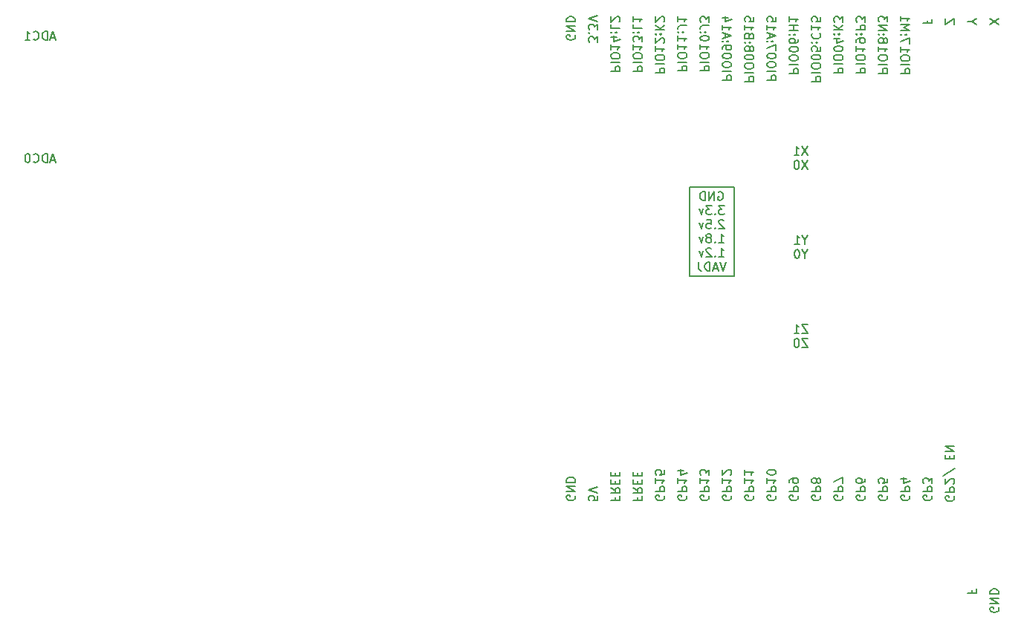
<source format=gbr>
%TF.GenerationSoftware,KiCad,Pcbnew,(6.0.5)*%
%TF.CreationDate,2022-08-06T22:36:06+10:00*%
%TF.ProjectId,glitcher,676c6974-6368-4657-922e-6b696361645f,rev?*%
%TF.SameCoordinates,Original*%
%TF.FileFunction,Legend,Bot*%
%TF.FilePolarity,Positive*%
%FSLAX46Y46*%
G04 Gerber Fmt 4.6, Leading zero omitted, Abs format (unit mm)*
G04 Created by KiCad (PCBNEW (6.0.5)) date 2022-08-06 22:36:06*
%MOMM*%
%LPD*%
G01*
G04 APERTURE LIST*
%ADD10C,0.150000*%
G04 APERTURE END LIST*
D10*
X175005474Y-110490000D02*
X180085474Y-110490000D01*
X180085474Y-110490000D02*
X180085474Y-100330000D01*
X180085474Y-100330000D02*
X175005474Y-100330000D01*
X175005474Y-100330000D02*
X175005474Y-110490000D01*
X192434880Y-135517659D02*
X192482499Y-135612897D01*
X192482499Y-135755754D01*
X192434880Y-135898612D01*
X192339641Y-135993850D01*
X192244403Y-136041469D01*
X192053927Y-136089088D01*
X191911070Y-136089088D01*
X191720594Y-136041469D01*
X191625356Y-135993850D01*
X191530118Y-135898612D01*
X191482499Y-135755754D01*
X191482499Y-135660516D01*
X191530118Y-135517659D01*
X191577737Y-135470040D01*
X191911070Y-135470040D01*
X191911070Y-135660516D01*
X191482499Y-135041469D02*
X192482499Y-135041469D01*
X192482499Y-134660516D01*
X192434880Y-134565278D01*
X192387260Y-134517659D01*
X192292022Y-134470040D01*
X192149165Y-134470040D01*
X192053927Y-134517659D01*
X192006308Y-134565278D01*
X191958689Y-134660516D01*
X191958689Y-135041469D01*
X192482499Y-134136707D02*
X192482499Y-133470040D01*
X191482499Y-133898612D01*
X172114880Y-135517659D02*
X172162499Y-135612897D01*
X172162499Y-135755754D01*
X172114880Y-135898611D01*
X172019641Y-135993849D01*
X171924403Y-136041468D01*
X171733927Y-136089087D01*
X171591070Y-136089087D01*
X171400594Y-136041468D01*
X171305356Y-135993849D01*
X171210118Y-135898611D01*
X171162499Y-135755754D01*
X171162499Y-135660516D01*
X171210118Y-135517659D01*
X171257737Y-135470040D01*
X171591070Y-135470040D01*
X171591070Y-135660516D01*
X171162499Y-135041468D02*
X172162499Y-135041468D01*
X172162499Y-134660516D01*
X172114880Y-134565278D01*
X172067260Y-134517659D01*
X171972022Y-134470040D01*
X171829165Y-134470040D01*
X171733927Y-134517659D01*
X171686308Y-134565278D01*
X171638689Y-134660516D01*
X171638689Y-135041468D01*
X171162499Y-133517659D02*
X171162499Y-134089087D01*
X171162499Y-133803373D02*
X172162499Y-133803373D01*
X172019641Y-133898611D01*
X171924403Y-133993849D01*
X171876784Y-134089087D01*
X172162499Y-132612897D02*
X172162499Y-133089087D01*
X171686308Y-133136706D01*
X171733927Y-133089087D01*
X171781546Y-132993849D01*
X171781546Y-132755754D01*
X171733927Y-132660516D01*
X171686308Y-132612897D01*
X171591070Y-132565278D01*
X171352975Y-132565278D01*
X171257737Y-132612897D01*
X171210118Y-132660516D01*
X171162499Y-132755754D01*
X171162499Y-132993849D01*
X171210118Y-133089087D01*
X171257737Y-133136706D01*
X181322499Y-88265278D02*
X182322499Y-88265278D01*
X182322499Y-87884326D01*
X182274880Y-87789088D01*
X182227260Y-87741469D01*
X182132022Y-87693850D01*
X181989165Y-87693850D01*
X181893927Y-87741469D01*
X181846308Y-87789088D01*
X181798689Y-87884326D01*
X181798689Y-88265278D01*
X181322499Y-87265278D02*
X182322499Y-87265278D01*
X182322499Y-86598612D02*
X182322499Y-86408135D01*
X182274880Y-86312897D01*
X182179641Y-86217659D01*
X181989165Y-86170040D01*
X181655832Y-86170040D01*
X181465356Y-86217659D01*
X181370118Y-86312897D01*
X181322499Y-86408135D01*
X181322499Y-86598612D01*
X181370118Y-86693850D01*
X181465356Y-86789088D01*
X181655832Y-86836707D01*
X181989165Y-86836707D01*
X182179641Y-86789088D01*
X182274880Y-86693850D01*
X182322499Y-86598612D01*
X182322499Y-85550992D02*
X182322499Y-85455754D01*
X182274880Y-85360516D01*
X182227260Y-85312897D01*
X182132022Y-85265278D01*
X181941546Y-85217659D01*
X181703451Y-85217659D01*
X181512975Y-85265278D01*
X181417737Y-85312897D01*
X181370118Y-85360516D01*
X181322499Y-85455754D01*
X181322499Y-85550992D01*
X181370118Y-85646231D01*
X181417737Y-85693850D01*
X181512975Y-85741469D01*
X181703451Y-85789088D01*
X181941546Y-85789088D01*
X182132022Y-85741469D01*
X182227260Y-85693850D01*
X182274880Y-85646231D01*
X182322499Y-85550992D01*
X181893927Y-84646231D02*
X181941546Y-84741469D01*
X181989165Y-84789088D01*
X182084403Y-84836707D01*
X182132022Y-84836707D01*
X182227260Y-84789088D01*
X182274880Y-84741469D01*
X182322499Y-84646231D01*
X182322499Y-84455754D01*
X182274880Y-84360516D01*
X182227260Y-84312897D01*
X182132022Y-84265278D01*
X182084403Y-84265278D01*
X181989165Y-84312897D01*
X181941546Y-84360516D01*
X181893927Y-84455754D01*
X181893927Y-84646231D01*
X181846308Y-84741469D01*
X181798689Y-84789088D01*
X181703451Y-84836707D01*
X181512975Y-84836707D01*
X181417737Y-84789088D01*
X181370118Y-84741469D01*
X181322499Y-84646231D01*
X181322499Y-84455754D01*
X181370118Y-84360516D01*
X181417737Y-84312897D01*
X181512975Y-84265278D01*
X181703451Y-84265278D01*
X181798689Y-84312897D01*
X181846308Y-84360516D01*
X181893927Y-84455754D01*
X181417737Y-83836707D02*
X181370118Y-83789088D01*
X181322499Y-83836707D01*
X181370118Y-83884326D01*
X181417737Y-83836707D01*
X181322499Y-83836707D01*
X181941546Y-83836707D02*
X181893927Y-83789088D01*
X181846308Y-83836707D01*
X181893927Y-83884326D01*
X181941546Y-83836707D01*
X181846308Y-83836707D01*
X181846308Y-83027183D02*
X181798689Y-82884326D01*
X181751070Y-82836707D01*
X181655832Y-82789088D01*
X181512975Y-82789088D01*
X181417737Y-82836707D01*
X181370118Y-82884326D01*
X181322499Y-82979564D01*
X181322499Y-83360516D01*
X182322499Y-83360516D01*
X182322499Y-83027183D01*
X182274880Y-82931945D01*
X182227260Y-82884326D01*
X182132022Y-82836707D01*
X182036784Y-82836707D01*
X181941546Y-82884326D01*
X181893927Y-82931945D01*
X181846308Y-83027183D01*
X181846308Y-83360516D01*
X181322499Y-81836707D02*
X181322499Y-82408135D01*
X181322499Y-82122421D02*
X182322499Y-82122421D01*
X182179641Y-82217659D01*
X182084403Y-82312897D01*
X182036784Y-82408135D01*
X182322499Y-80931945D02*
X182322499Y-81408135D01*
X181846308Y-81455754D01*
X181893927Y-81408135D01*
X181941546Y-81312897D01*
X181941546Y-81074802D01*
X181893927Y-80979564D01*
X181846308Y-80931945D01*
X181751070Y-80884326D01*
X181512975Y-80884326D01*
X181417737Y-80931945D01*
X181370118Y-80979564D01*
X181322499Y-81074802D01*
X181322499Y-81312897D01*
X181370118Y-81408135D01*
X181417737Y-81455754D01*
X102743451Y-83268612D02*
X102267261Y-83268612D01*
X102838689Y-83554326D02*
X102505356Y-82554326D01*
X102172023Y-83554326D01*
X101838689Y-83554326D02*
X101838689Y-82554326D01*
X101600594Y-82554326D01*
X101457737Y-82601946D01*
X101362499Y-82697184D01*
X101314880Y-82792422D01*
X101267261Y-82982898D01*
X101267261Y-83125755D01*
X101314880Y-83316231D01*
X101362499Y-83411469D01*
X101457737Y-83506707D01*
X101600594Y-83554326D01*
X101838689Y-83554326D01*
X100267261Y-83459088D02*
X100314880Y-83506707D01*
X100457737Y-83554326D01*
X100552975Y-83554326D01*
X100695832Y-83506707D01*
X100791070Y-83411469D01*
X100838689Y-83316231D01*
X100886308Y-83125755D01*
X100886308Y-82982898D01*
X100838689Y-82792422D01*
X100791070Y-82697184D01*
X100695832Y-82601946D01*
X100552975Y-82554326D01*
X100457737Y-82554326D01*
X100314880Y-82601946D01*
X100267261Y-82649565D01*
X99314880Y-83554326D02*
X99886308Y-83554326D01*
X99600594Y-83554326D02*
X99600594Y-82554326D01*
X99695832Y-82697184D01*
X99791070Y-82792422D01*
X99886308Y-82840041D01*
X202166308Y-81320516D02*
X202166308Y-81653850D01*
X201642499Y-81653850D02*
X202642499Y-81653850D01*
X202642499Y-81177659D01*
X186402499Y-87360516D02*
X187402499Y-87360516D01*
X187402499Y-86979564D01*
X187354880Y-86884326D01*
X187307260Y-86836707D01*
X187212022Y-86789088D01*
X187069165Y-86789088D01*
X186973927Y-86836707D01*
X186926308Y-86884326D01*
X186878689Y-86979564D01*
X186878689Y-87360516D01*
X186402499Y-86360516D02*
X187402499Y-86360516D01*
X187402499Y-85693850D02*
X187402499Y-85503373D01*
X187354880Y-85408135D01*
X187259641Y-85312897D01*
X187069165Y-85265278D01*
X186735832Y-85265278D01*
X186545356Y-85312897D01*
X186450118Y-85408135D01*
X186402499Y-85503373D01*
X186402499Y-85693850D01*
X186450118Y-85789088D01*
X186545356Y-85884326D01*
X186735832Y-85931945D01*
X187069165Y-85931945D01*
X187259641Y-85884326D01*
X187354880Y-85789088D01*
X187402499Y-85693850D01*
X187402499Y-84646231D02*
X187402499Y-84550992D01*
X187354880Y-84455754D01*
X187307260Y-84408135D01*
X187212022Y-84360516D01*
X187021546Y-84312897D01*
X186783451Y-84312897D01*
X186592975Y-84360516D01*
X186497737Y-84408135D01*
X186450118Y-84455754D01*
X186402499Y-84550992D01*
X186402499Y-84646231D01*
X186450118Y-84741469D01*
X186497737Y-84789088D01*
X186592975Y-84836707D01*
X186783451Y-84884326D01*
X187021546Y-84884326D01*
X187212022Y-84836707D01*
X187307260Y-84789088D01*
X187354880Y-84741469D01*
X187402499Y-84646231D01*
X187402499Y-83455754D02*
X187402499Y-83646231D01*
X187354880Y-83741469D01*
X187307260Y-83789088D01*
X187164403Y-83884326D01*
X186973927Y-83931945D01*
X186592975Y-83931945D01*
X186497737Y-83884326D01*
X186450118Y-83836707D01*
X186402499Y-83741469D01*
X186402499Y-83550992D01*
X186450118Y-83455754D01*
X186497737Y-83408135D01*
X186592975Y-83360516D01*
X186831070Y-83360516D01*
X186926308Y-83408135D01*
X186973927Y-83455754D01*
X187021546Y-83550992D01*
X187021546Y-83741469D01*
X186973927Y-83836707D01*
X186926308Y-83884326D01*
X186831070Y-83931945D01*
X186497737Y-82931945D02*
X186450118Y-82884326D01*
X186402499Y-82931945D01*
X186450118Y-82979564D01*
X186497737Y-82931945D01*
X186402499Y-82931945D01*
X187021546Y-82931945D02*
X186973927Y-82884326D01*
X186926308Y-82931945D01*
X186973927Y-82979564D01*
X187021546Y-82931945D01*
X186926308Y-82931945D01*
X186402499Y-82455754D02*
X187402499Y-82455754D01*
X186926308Y-82455754D02*
X186926308Y-81884326D01*
X186402499Y-81884326D02*
X187402499Y-81884326D01*
X186402499Y-80884326D02*
X186402499Y-81455754D01*
X186402499Y-81170040D02*
X187402499Y-81170040D01*
X187259641Y-81265278D01*
X187164403Y-81360516D01*
X187116784Y-81455754D01*
X166082499Y-87122422D02*
X167082499Y-87122422D01*
X167082499Y-86741469D01*
X167034880Y-86646231D01*
X166987260Y-86598612D01*
X166892022Y-86550993D01*
X166749165Y-86550993D01*
X166653927Y-86598612D01*
X166606308Y-86646231D01*
X166558689Y-86741469D01*
X166558689Y-87122422D01*
X166082499Y-86122422D02*
X167082499Y-86122422D01*
X167082499Y-85455755D02*
X167082499Y-85265279D01*
X167034880Y-85170041D01*
X166939641Y-85074803D01*
X166749165Y-85027184D01*
X166415832Y-85027184D01*
X166225356Y-85074803D01*
X166130118Y-85170041D01*
X166082499Y-85265279D01*
X166082499Y-85455755D01*
X166130118Y-85550993D01*
X166225356Y-85646231D01*
X166415832Y-85693850D01*
X166749165Y-85693850D01*
X166939641Y-85646231D01*
X167034880Y-85550993D01*
X167082499Y-85455755D01*
X166082499Y-84074803D02*
X166082499Y-84646231D01*
X166082499Y-84360517D02*
X167082499Y-84360517D01*
X166939641Y-84455755D01*
X166844403Y-84550993D01*
X166796784Y-84646231D01*
X166749165Y-83217660D02*
X166082499Y-83217660D01*
X167130118Y-83455755D02*
X166415832Y-83693850D01*
X166415832Y-83074803D01*
X166177737Y-82693850D02*
X166130118Y-82646231D01*
X166082499Y-82693850D01*
X166130118Y-82741469D01*
X166177737Y-82693850D01*
X166082499Y-82693850D01*
X166701546Y-82693850D02*
X166653927Y-82646231D01*
X166606308Y-82693850D01*
X166653927Y-82741469D01*
X166701546Y-82693850D01*
X166606308Y-82693850D01*
X166082499Y-81741469D02*
X166082499Y-82217660D01*
X167082499Y-82217660D01*
X166987260Y-81455755D02*
X167034880Y-81408136D01*
X167082499Y-81312898D01*
X167082499Y-81074803D01*
X167034880Y-80979564D01*
X166987260Y-80931945D01*
X166892022Y-80884326D01*
X166796784Y-80884326D01*
X166653927Y-80931945D01*
X166082499Y-81503374D01*
X166082499Y-80884326D01*
X205134887Y-135582541D02*
X205182506Y-135677779D01*
X205182506Y-135820636D01*
X205134887Y-135963493D01*
X205039648Y-136058731D01*
X204944410Y-136106350D01*
X204753934Y-136153969D01*
X204611077Y-136153969D01*
X204420601Y-136106350D01*
X204325363Y-136058731D01*
X204230125Y-135963493D01*
X204182506Y-135820636D01*
X204182506Y-135725398D01*
X204230125Y-135582541D01*
X204277744Y-135534922D01*
X204611077Y-135534922D01*
X204611077Y-135725398D01*
X204182506Y-135106350D02*
X205182506Y-135106350D01*
X205182506Y-134725398D01*
X205134887Y-134630160D01*
X205087267Y-134582541D01*
X204992029Y-134534922D01*
X204849172Y-134534922D01*
X204753934Y-134582541D01*
X204706315Y-134630160D01*
X204658696Y-134725398D01*
X204658696Y-135106350D01*
X205087267Y-134153969D02*
X205134887Y-134106350D01*
X205182506Y-134011112D01*
X205182506Y-133773017D01*
X205134887Y-133677779D01*
X205087267Y-133630160D01*
X204992029Y-133582541D01*
X204896791Y-133582541D01*
X204753934Y-133630160D01*
X204182506Y-134201588D01*
X204182506Y-133582541D01*
X205230125Y-132439684D02*
X203944410Y-133296826D01*
X204706315Y-131344446D02*
X204706315Y-131011112D01*
X204182506Y-130868255D02*
X204182506Y-131344446D01*
X205182506Y-131344446D01*
X205182506Y-130868255D01*
X204182506Y-130439684D02*
X205182506Y-130439684D01*
X204182506Y-129868255D01*
X205182506Y-129868255D01*
X197514880Y-135517659D02*
X197562499Y-135612897D01*
X197562499Y-135755754D01*
X197514880Y-135898612D01*
X197419641Y-135993850D01*
X197324403Y-136041469D01*
X197133927Y-136089088D01*
X196991070Y-136089088D01*
X196800594Y-136041469D01*
X196705356Y-135993850D01*
X196610118Y-135898612D01*
X196562499Y-135755754D01*
X196562499Y-135660516D01*
X196610118Y-135517659D01*
X196657737Y-135470040D01*
X196991070Y-135470040D01*
X196991070Y-135660516D01*
X196562499Y-135041469D02*
X197562499Y-135041469D01*
X197562499Y-134660516D01*
X197514880Y-134565278D01*
X197467260Y-134517659D01*
X197372022Y-134470040D01*
X197229165Y-134470040D01*
X197133927Y-134517659D01*
X197086308Y-134565278D01*
X197038689Y-134660516D01*
X197038689Y-135041469D01*
X197562499Y-133565278D02*
X197562499Y-134041469D01*
X197086308Y-134089088D01*
X197133927Y-134041469D01*
X197181546Y-133946231D01*
X197181546Y-133708135D01*
X197133927Y-133612897D01*
X197086308Y-133565278D01*
X196991070Y-133517659D01*
X196752975Y-133517659D01*
X196657737Y-133565278D01*
X196610118Y-133612897D01*
X196562499Y-133708135D01*
X196562499Y-133946231D01*
X196610118Y-134041469D01*
X196657737Y-134089088D01*
X189894880Y-135517659D02*
X189942499Y-135612897D01*
X189942499Y-135755754D01*
X189894880Y-135898612D01*
X189799641Y-135993850D01*
X189704403Y-136041469D01*
X189513927Y-136089088D01*
X189371070Y-136089088D01*
X189180594Y-136041469D01*
X189085356Y-135993850D01*
X188990118Y-135898612D01*
X188942499Y-135755754D01*
X188942499Y-135660516D01*
X188990118Y-135517659D01*
X189037737Y-135470040D01*
X189371070Y-135470040D01*
X189371070Y-135660516D01*
X188942499Y-135041469D02*
X189942499Y-135041469D01*
X189942499Y-134660516D01*
X189894880Y-134565278D01*
X189847260Y-134517659D01*
X189752022Y-134470040D01*
X189609165Y-134470040D01*
X189513927Y-134517659D01*
X189466308Y-134565278D01*
X189418689Y-134660516D01*
X189418689Y-135041469D01*
X189513927Y-133898612D02*
X189561546Y-133993850D01*
X189609165Y-134041469D01*
X189704403Y-134089088D01*
X189752022Y-134089088D01*
X189847260Y-134041469D01*
X189894880Y-133993850D01*
X189942499Y-133898612D01*
X189942499Y-133708135D01*
X189894880Y-133612897D01*
X189847260Y-133565278D01*
X189752022Y-133517659D01*
X189704403Y-133517659D01*
X189609165Y-133565278D01*
X189561546Y-133612897D01*
X189513927Y-133708135D01*
X189513927Y-133898612D01*
X189466308Y-133993850D01*
X189418689Y-134041469D01*
X189323451Y-134089088D01*
X189132975Y-134089088D01*
X189037737Y-134041469D01*
X188990118Y-133993850D01*
X188942499Y-133898612D01*
X188942499Y-133708135D01*
X188990118Y-133612897D01*
X189037737Y-133565278D01*
X189132975Y-133517659D01*
X189323451Y-133517659D01*
X189418689Y-133565278D01*
X189466308Y-133612897D01*
X189513927Y-133708135D01*
X178782499Y-88122422D02*
X179782499Y-88122422D01*
X179782499Y-87741469D01*
X179734880Y-87646231D01*
X179687260Y-87598612D01*
X179592022Y-87550993D01*
X179449165Y-87550993D01*
X179353927Y-87598612D01*
X179306308Y-87646231D01*
X179258689Y-87741469D01*
X179258689Y-88122422D01*
X178782499Y-87122422D02*
X179782499Y-87122422D01*
X179782499Y-86455755D02*
X179782499Y-86265279D01*
X179734880Y-86170041D01*
X179639641Y-86074803D01*
X179449165Y-86027184D01*
X179115832Y-86027184D01*
X178925356Y-86074803D01*
X178830118Y-86170041D01*
X178782499Y-86265279D01*
X178782499Y-86455755D01*
X178830118Y-86550993D01*
X178925356Y-86646231D01*
X179115832Y-86693850D01*
X179449165Y-86693850D01*
X179639641Y-86646231D01*
X179734880Y-86550993D01*
X179782499Y-86455755D01*
X179782499Y-85408136D02*
X179782499Y-85312898D01*
X179734880Y-85217660D01*
X179687260Y-85170041D01*
X179592022Y-85122422D01*
X179401546Y-85074803D01*
X179163451Y-85074803D01*
X178972975Y-85122422D01*
X178877737Y-85170041D01*
X178830118Y-85217660D01*
X178782499Y-85312898D01*
X178782499Y-85408136D01*
X178830118Y-85503374D01*
X178877737Y-85550993D01*
X178972975Y-85598612D01*
X179163451Y-85646231D01*
X179401546Y-85646231D01*
X179592022Y-85598612D01*
X179687260Y-85550993D01*
X179734880Y-85503374D01*
X179782499Y-85408136D01*
X178782499Y-84598612D02*
X178782499Y-84408136D01*
X178830118Y-84312898D01*
X178877737Y-84265279D01*
X179020594Y-84170041D01*
X179211070Y-84122422D01*
X179592022Y-84122422D01*
X179687260Y-84170041D01*
X179734880Y-84217660D01*
X179782499Y-84312898D01*
X179782499Y-84503374D01*
X179734880Y-84598612D01*
X179687260Y-84646231D01*
X179592022Y-84693850D01*
X179353927Y-84693850D01*
X179258689Y-84646231D01*
X179211070Y-84598612D01*
X179163451Y-84503374D01*
X179163451Y-84312898D01*
X179211070Y-84217660D01*
X179258689Y-84170041D01*
X179353927Y-84122422D01*
X178877737Y-83693850D02*
X178830118Y-83646231D01*
X178782499Y-83693850D01*
X178830118Y-83741469D01*
X178877737Y-83693850D01*
X178782499Y-83693850D01*
X179401546Y-83693850D02*
X179353927Y-83646231D01*
X179306308Y-83693850D01*
X179353927Y-83741469D01*
X179401546Y-83693850D01*
X179306308Y-83693850D01*
X179068213Y-83265279D02*
X179068213Y-82789088D01*
X178782499Y-83360517D02*
X179782499Y-83027184D01*
X178782499Y-82693850D01*
X178782499Y-81836707D02*
X178782499Y-82408136D01*
X178782499Y-82122422D02*
X179782499Y-82122422D01*
X179639641Y-82217660D01*
X179544403Y-82312898D01*
X179496784Y-82408136D01*
X179449165Y-80979564D02*
X178782499Y-80979564D01*
X179830118Y-81217660D02*
X179115832Y-81455755D01*
X179115832Y-80836707D01*
X166606308Y-135708135D02*
X166606308Y-136041469D01*
X166082499Y-136041469D02*
X167082499Y-136041469D01*
X167082499Y-135565278D01*
X166082499Y-134612897D02*
X166558689Y-134946231D01*
X166082499Y-135184326D02*
X167082499Y-135184326D01*
X167082499Y-134803373D01*
X167034880Y-134708135D01*
X166987260Y-134660516D01*
X166892022Y-134612897D01*
X166749165Y-134612897D01*
X166653927Y-134660516D01*
X166606308Y-134708135D01*
X166558689Y-134803373D01*
X166558689Y-135184326D01*
X166606308Y-134184326D02*
X166606308Y-133850992D01*
X166082499Y-133708135D02*
X166082499Y-134184326D01*
X167082499Y-134184326D01*
X167082499Y-133708135D01*
X166606308Y-133279564D02*
X166606308Y-132946231D01*
X166082499Y-132803373D02*
X166082499Y-133279564D01*
X167082499Y-133279564D01*
X167082499Y-132803373D01*
X196562497Y-87336700D02*
X197562497Y-87336700D01*
X197562497Y-86955748D01*
X197514878Y-86860510D01*
X197467258Y-86812891D01*
X197372020Y-86765272D01*
X197229163Y-86765272D01*
X197133925Y-86812891D01*
X197086306Y-86860510D01*
X197038687Y-86955748D01*
X197038687Y-87336700D01*
X196562497Y-86336700D02*
X197562497Y-86336700D01*
X197562497Y-85670034D02*
X197562497Y-85479557D01*
X197514878Y-85384319D01*
X197419639Y-85289081D01*
X197229163Y-85241462D01*
X196895830Y-85241462D01*
X196705354Y-85289081D01*
X196610116Y-85384319D01*
X196562497Y-85479557D01*
X196562497Y-85670034D01*
X196610116Y-85765272D01*
X196705354Y-85860510D01*
X196895830Y-85908129D01*
X197229163Y-85908129D01*
X197419639Y-85860510D01*
X197514878Y-85765272D01*
X197562497Y-85670034D01*
X196562497Y-84289081D02*
X196562497Y-84860510D01*
X196562497Y-84574795D02*
X197562497Y-84574795D01*
X197419639Y-84670034D01*
X197324401Y-84765272D01*
X197276782Y-84860510D01*
X197133925Y-83717653D02*
X197181544Y-83812891D01*
X197229163Y-83860510D01*
X197324401Y-83908129D01*
X197372020Y-83908129D01*
X197467258Y-83860510D01*
X197514878Y-83812891D01*
X197562497Y-83717653D01*
X197562497Y-83527176D01*
X197514878Y-83431938D01*
X197467258Y-83384319D01*
X197372020Y-83336700D01*
X197324401Y-83336700D01*
X197229163Y-83384319D01*
X197181544Y-83431938D01*
X197133925Y-83527176D01*
X197133925Y-83717653D01*
X197086306Y-83812891D01*
X197038687Y-83860510D01*
X196943449Y-83908129D01*
X196752973Y-83908129D01*
X196657735Y-83860510D01*
X196610116Y-83812891D01*
X196562497Y-83717653D01*
X196562497Y-83527176D01*
X196610116Y-83431938D01*
X196657735Y-83384319D01*
X196752973Y-83336700D01*
X196943449Y-83336700D01*
X197038687Y-83384319D01*
X197086306Y-83431938D01*
X197133925Y-83527176D01*
X196657735Y-82908129D02*
X196610116Y-82860510D01*
X196562497Y-82908129D01*
X196610116Y-82955748D01*
X196657735Y-82908129D01*
X196562497Y-82908129D01*
X197181544Y-82908129D02*
X197133925Y-82860510D01*
X197086306Y-82908129D01*
X197133925Y-82955748D01*
X197181544Y-82908129D01*
X197086306Y-82908129D01*
X196562497Y-82431938D02*
X197562497Y-82431938D01*
X196562497Y-81860510D01*
X197562497Y-81860510D01*
X197562497Y-81479557D02*
X197562497Y-80860510D01*
X197181544Y-81193843D01*
X197181544Y-81050986D01*
X197133925Y-80955748D01*
X197086306Y-80908129D01*
X196991068Y-80860510D01*
X196752973Y-80860510D01*
X196657735Y-80908129D01*
X196610116Y-80955748D01*
X196562497Y-81050986D01*
X196562497Y-81336700D01*
X196610116Y-81431938D01*
X196657735Y-81479557D01*
X164542499Y-135565278D02*
X164542499Y-136041468D01*
X164066308Y-136089087D01*
X164113927Y-136041468D01*
X164161546Y-135946230D01*
X164161546Y-135708135D01*
X164113927Y-135612897D01*
X164066308Y-135565278D01*
X163971070Y-135517659D01*
X163732975Y-135517659D01*
X163637737Y-135565278D01*
X163590118Y-135612897D01*
X163542499Y-135708135D01*
X163542499Y-135946230D01*
X163590118Y-136041468D01*
X163637737Y-136089087D01*
X164542499Y-135231944D02*
X163542499Y-134898611D01*
X164542499Y-134565278D01*
X188942499Y-88265278D02*
X189942499Y-88265278D01*
X189942499Y-87884326D01*
X189894880Y-87789088D01*
X189847260Y-87741469D01*
X189752022Y-87693850D01*
X189609165Y-87693850D01*
X189513927Y-87741469D01*
X189466308Y-87789088D01*
X189418689Y-87884326D01*
X189418689Y-88265278D01*
X188942499Y-87265278D02*
X189942499Y-87265278D01*
X189942499Y-86598612D02*
X189942499Y-86408135D01*
X189894880Y-86312897D01*
X189799641Y-86217659D01*
X189609165Y-86170040D01*
X189275832Y-86170040D01*
X189085356Y-86217659D01*
X188990118Y-86312897D01*
X188942499Y-86408135D01*
X188942499Y-86598612D01*
X188990118Y-86693850D01*
X189085356Y-86789088D01*
X189275832Y-86836707D01*
X189609165Y-86836707D01*
X189799641Y-86789088D01*
X189894880Y-86693850D01*
X189942499Y-86598612D01*
X189942499Y-85550992D02*
X189942499Y-85455754D01*
X189894880Y-85360516D01*
X189847260Y-85312897D01*
X189752022Y-85265278D01*
X189561546Y-85217659D01*
X189323451Y-85217659D01*
X189132975Y-85265278D01*
X189037737Y-85312897D01*
X188990118Y-85360516D01*
X188942499Y-85455754D01*
X188942499Y-85550992D01*
X188990118Y-85646231D01*
X189037737Y-85693850D01*
X189132975Y-85741469D01*
X189323451Y-85789088D01*
X189561546Y-85789088D01*
X189752022Y-85741469D01*
X189847260Y-85693850D01*
X189894880Y-85646231D01*
X189942499Y-85550992D01*
X189942499Y-84312897D02*
X189942499Y-84789088D01*
X189466308Y-84836707D01*
X189513927Y-84789088D01*
X189561546Y-84693850D01*
X189561546Y-84455754D01*
X189513927Y-84360516D01*
X189466308Y-84312897D01*
X189371070Y-84265278D01*
X189132975Y-84265278D01*
X189037737Y-84312897D01*
X188990118Y-84360516D01*
X188942499Y-84455754D01*
X188942499Y-84693850D01*
X188990118Y-84789088D01*
X189037737Y-84836707D01*
X189037737Y-83836707D02*
X188990118Y-83789088D01*
X188942499Y-83836707D01*
X188990118Y-83884326D01*
X189037737Y-83836707D01*
X188942499Y-83836707D01*
X189561546Y-83836707D02*
X189513927Y-83789088D01*
X189466308Y-83836707D01*
X189513927Y-83884326D01*
X189561546Y-83836707D01*
X189466308Y-83836707D01*
X189037737Y-82789088D02*
X188990118Y-82836707D01*
X188942499Y-82979564D01*
X188942499Y-83074802D01*
X188990118Y-83217659D01*
X189085356Y-83312897D01*
X189180594Y-83360516D01*
X189371070Y-83408135D01*
X189513927Y-83408135D01*
X189704403Y-83360516D01*
X189799641Y-83312897D01*
X189894880Y-83217659D01*
X189942499Y-83074802D01*
X189942499Y-82979564D01*
X189894880Y-82836707D01*
X189847260Y-82789088D01*
X188942499Y-81836707D02*
X188942499Y-82408135D01*
X188942499Y-82122421D02*
X189942499Y-82122421D01*
X189799641Y-82217659D01*
X189704403Y-82312897D01*
X189656784Y-82408135D01*
X189942499Y-80931945D02*
X189942499Y-81408135D01*
X189466308Y-81455754D01*
X189513927Y-81408135D01*
X189561546Y-81312897D01*
X189561546Y-81074802D01*
X189513927Y-80979564D01*
X189466308Y-80931945D01*
X189371070Y-80884326D01*
X189132975Y-80884326D01*
X189037737Y-80931945D01*
X188990118Y-80979564D01*
X188942499Y-81074802D01*
X188942499Y-81312897D01*
X188990118Y-81408135D01*
X189037737Y-81455754D01*
X210262499Y-81796707D02*
X209262499Y-81130040D01*
X210262499Y-81130040D02*
X209262499Y-81796707D01*
X194974880Y-135517659D02*
X195022499Y-135612897D01*
X195022499Y-135755754D01*
X194974880Y-135898612D01*
X194879641Y-135993850D01*
X194784403Y-136041469D01*
X194593927Y-136089088D01*
X194451070Y-136089088D01*
X194260594Y-136041469D01*
X194165356Y-135993850D01*
X194070118Y-135898612D01*
X194022499Y-135755754D01*
X194022499Y-135660516D01*
X194070118Y-135517659D01*
X194117737Y-135470040D01*
X194451070Y-135470040D01*
X194451070Y-135660516D01*
X194022499Y-135041469D02*
X195022499Y-135041469D01*
X195022499Y-134660516D01*
X194974880Y-134565278D01*
X194927260Y-134517659D01*
X194832022Y-134470040D01*
X194689165Y-134470040D01*
X194593927Y-134517659D01*
X194546308Y-134565278D01*
X194498689Y-134660516D01*
X194498689Y-135041469D01*
X195022499Y-133612897D02*
X195022499Y-133803374D01*
X194974880Y-133898612D01*
X194927260Y-133946231D01*
X194784403Y-134041469D01*
X194593927Y-134089088D01*
X194212975Y-134089088D01*
X194117737Y-134041469D01*
X194070118Y-133993850D01*
X194022499Y-133898612D01*
X194022499Y-133708135D01*
X194070118Y-133612897D01*
X194117737Y-133565278D01*
X194212975Y-133517659D01*
X194451070Y-133517659D01*
X194546308Y-133565278D01*
X194593927Y-133612897D01*
X194641546Y-133708135D01*
X194641546Y-133898612D01*
X194593927Y-133993850D01*
X194546308Y-134041469D01*
X194451070Y-134089088D01*
X191482497Y-87312891D02*
X192482497Y-87312891D01*
X192482497Y-86931938D01*
X192434878Y-86836700D01*
X192387258Y-86789081D01*
X192292020Y-86741462D01*
X192149163Y-86741462D01*
X192053925Y-86789081D01*
X192006306Y-86836700D01*
X191958687Y-86931938D01*
X191958687Y-87312891D01*
X191482497Y-86312891D02*
X192482497Y-86312891D01*
X192482497Y-85646224D02*
X192482497Y-85455748D01*
X192434878Y-85360510D01*
X192339639Y-85265272D01*
X192149163Y-85217653D01*
X191815830Y-85217653D01*
X191625354Y-85265272D01*
X191530116Y-85360510D01*
X191482497Y-85455748D01*
X191482497Y-85646224D01*
X191530116Y-85741462D01*
X191625354Y-85836700D01*
X191815830Y-85884319D01*
X192149163Y-85884319D01*
X192339639Y-85836700D01*
X192434878Y-85741462D01*
X192482497Y-85646224D01*
X192482497Y-84598605D02*
X192482497Y-84503367D01*
X192434878Y-84408129D01*
X192387258Y-84360510D01*
X192292020Y-84312891D01*
X192101544Y-84265272D01*
X191863449Y-84265272D01*
X191672973Y-84312891D01*
X191577735Y-84360510D01*
X191530116Y-84408129D01*
X191482497Y-84503367D01*
X191482497Y-84598605D01*
X191530116Y-84693843D01*
X191577735Y-84741462D01*
X191672973Y-84789081D01*
X191863449Y-84836700D01*
X192101544Y-84836700D01*
X192292020Y-84789081D01*
X192387258Y-84741462D01*
X192434878Y-84693843D01*
X192482497Y-84598605D01*
X192149163Y-83408129D02*
X191482497Y-83408129D01*
X192530116Y-83646224D02*
X191815830Y-83884319D01*
X191815830Y-83265272D01*
X191577735Y-82884319D02*
X191530116Y-82836700D01*
X191482497Y-82884319D01*
X191530116Y-82931938D01*
X191577735Y-82884319D01*
X191482497Y-82884319D01*
X192101544Y-82884319D02*
X192053925Y-82836700D01*
X192006306Y-82884319D01*
X192053925Y-82931938D01*
X192101544Y-82884319D01*
X192006306Y-82884319D01*
X191482497Y-82408129D02*
X192482497Y-82408129D01*
X191482497Y-81836700D02*
X192053925Y-82265272D01*
X192482497Y-81836700D02*
X191911068Y-82408129D01*
X192482497Y-81503367D02*
X192482497Y-80884319D01*
X192101544Y-81217653D01*
X192101544Y-81074795D01*
X192053925Y-80979557D01*
X192006306Y-80931938D01*
X191911068Y-80884319D01*
X191672973Y-80884319D01*
X191577735Y-80931938D01*
X191530116Y-80979557D01*
X191482497Y-81074795D01*
X191482497Y-81360510D01*
X191530116Y-81455748D01*
X191577735Y-81503367D01*
X178307378Y-100885000D02*
X178402616Y-100837380D01*
X178545474Y-100837380D01*
X178688331Y-100885000D01*
X178783569Y-100980238D01*
X178831188Y-101075476D01*
X178878807Y-101265952D01*
X178878807Y-101408809D01*
X178831188Y-101599285D01*
X178783569Y-101694523D01*
X178688331Y-101789761D01*
X178545474Y-101837380D01*
X178450235Y-101837380D01*
X178307378Y-101789761D01*
X178259759Y-101742142D01*
X178259759Y-101408809D01*
X178450235Y-101408809D01*
X177831188Y-101837380D02*
X177831188Y-100837380D01*
X177259759Y-101837380D01*
X177259759Y-100837380D01*
X176783569Y-101837380D02*
X176783569Y-100837380D01*
X176545474Y-100837380D01*
X176402616Y-100885000D01*
X176307378Y-100980238D01*
X176259759Y-101075476D01*
X176212140Y-101265952D01*
X176212140Y-101408809D01*
X176259759Y-101599285D01*
X176307378Y-101694523D01*
X176402616Y-101789761D01*
X176545474Y-101837380D01*
X176783569Y-101837380D01*
X178974045Y-102447380D02*
X178354997Y-102447380D01*
X178688331Y-102828333D01*
X178545474Y-102828333D01*
X178450235Y-102875952D01*
X178402616Y-102923571D01*
X178354997Y-103018809D01*
X178354997Y-103256904D01*
X178402616Y-103352142D01*
X178450235Y-103399761D01*
X178545474Y-103447380D01*
X178831188Y-103447380D01*
X178926426Y-103399761D01*
X178974045Y-103352142D01*
X177926426Y-103352142D02*
X177878807Y-103399761D01*
X177926426Y-103447380D01*
X177974045Y-103399761D01*
X177926426Y-103352142D01*
X177926426Y-103447380D01*
X177545474Y-102447380D02*
X176926426Y-102447380D01*
X177259759Y-102828333D01*
X177116902Y-102828333D01*
X177021664Y-102875952D01*
X176974045Y-102923571D01*
X176926426Y-103018809D01*
X176926426Y-103256904D01*
X176974045Y-103352142D01*
X177021664Y-103399761D01*
X177116902Y-103447380D01*
X177402616Y-103447380D01*
X177497854Y-103399761D01*
X177545474Y-103352142D01*
X176593093Y-102780714D02*
X176354997Y-103447380D01*
X176116902Y-102780714D01*
X178926426Y-104152619D02*
X178878807Y-104105000D01*
X178783569Y-104057380D01*
X178545474Y-104057380D01*
X178450235Y-104105000D01*
X178402616Y-104152619D01*
X178354997Y-104247857D01*
X178354997Y-104343095D01*
X178402616Y-104485952D01*
X178974045Y-105057380D01*
X178354997Y-105057380D01*
X177926426Y-104962142D02*
X177878807Y-105009761D01*
X177926426Y-105057380D01*
X177974045Y-105009761D01*
X177926426Y-104962142D01*
X177926426Y-105057380D01*
X176974045Y-104057380D02*
X177450235Y-104057380D01*
X177497854Y-104533571D01*
X177450235Y-104485952D01*
X177354997Y-104438333D01*
X177116902Y-104438333D01*
X177021664Y-104485952D01*
X176974045Y-104533571D01*
X176926426Y-104628809D01*
X176926426Y-104866904D01*
X176974045Y-104962142D01*
X177021664Y-105009761D01*
X177116902Y-105057380D01*
X177354997Y-105057380D01*
X177450235Y-105009761D01*
X177497854Y-104962142D01*
X176593093Y-104390714D02*
X176354997Y-105057380D01*
X176116902Y-104390714D01*
X178354997Y-106667380D02*
X178926426Y-106667380D01*
X178640712Y-106667380D02*
X178640712Y-105667380D01*
X178735950Y-105810238D01*
X178831188Y-105905476D01*
X178926426Y-105953095D01*
X177926426Y-106572142D02*
X177878807Y-106619761D01*
X177926426Y-106667380D01*
X177974045Y-106619761D01*
X177926426Y-106572142D01*
X177926426Y-106667380D01*
X177307378Y-106095952D02*
X177402616Y-106048333D01*
X177450235Y-106000714D01*
X177497854Y-105905476D01*
X177497854Y-105857857D01*
X177450235Y-105762619D01*
X177402616Y-105715000D01*
X177307378Y-105667380D01*
X177116902Y-105667380D01*
X177021664Y-105715000D01*
X176974045Y-105762619D01*
X176926426Y-105857857D01*
X176926426Y-105905476D01*
X176974045Y-106000714D01*
X177021664Y-106048333D01*
X177116902Y-106095952D01*
X177307378Y-106095952D01*
X177402616Y-106143571D01*
X177450235Y-106191190D01*
X177497854Y-106286428D01*
X177497854Y-106476904D01*
X177450235Y-106572142D01*
X177402616Y-106619761D01*
X177307378Y-106667380D01*
X177116902Y-106667380D01*
X177021664Y-106619761D01*
X176974045Y-106572142D01*
X176926426Y-106476904D01*
X176926426Y-106286428D01*
X176974045Y-106191190D01*
X177021664Y-106143571D01*
X177116902Y-106095952D01*
X176593093Y-106000714D02*
X176354997Y-106667380D01*
X176116902Y-106000714D01*
X178354997Y-108277380D02*
X178926426Y-108277380D01*
X178640712Y-108277380D02*
X178640712Y-107277380D01*
X178735950Y-107420238D01*
X178831188Y-107515476D01*
X178926426Y-107563095D01*
X177926426Y-108182142D02*
X177878807Y-108229761D01*
X177926426Y-108277380D01*
X177974045Y-108229761D01*
X177926426Y-108182142D01*
X177926426Y-108277380D01*
X177497854Y-107372619D02*
X177450235Y-107325000D01*
X177354997Y-107277380D01*
X177116902Y-107277380D01*
X177021664Y-107325000D01*
X176974045Y-107372619D01*
X176926426Y-107467857D01*
X176926426Y-107563095D01*
X176974045Y-107705952D01*
X177545474Y-108277380D01*
X176926426Y-108277380D01*
X176593093Y-107610714D02*
X176354997Y-108277380D01*
X176116902Y-107610714D01*
X179188331Y-108887380D02*
X178854997Y-109887380D01*
X178521664Y-108887380D01*
X178235950Y-109601666D02*
X177759759Y-109601666D01*
X178331188Y-109887380D02*
X177997854Y-108887380D01*
X177664521Y-109887380D01*
X177331188Y-109887380D02*
X177331188Y-108887380D01*
X177093093Y-108887380D01*
X176950235Y-108935000D01*
X176854997Y-109030238D01*
X176807378Y-109125476D01*
X176759759Y-109315952D01*
X176759759Y-109458809D01*
X176807378Y-109649285D01*
X176854997Y-109744523D01*
X176950235Y-109839761D01*
X177093093Y-109887380D01*
X177331188Y-109887380D01*
X176045474Y-108887380D02*
X176045474Y-109601666D01*
X176093093Y-109744523D01*
X176188331Y-109839761D01*
X176331188Y-109887380D01*
X176426426Y-109887380D01*
X205182499Y-81796707D02*
X205182499Y-81130040D01*
X204182499Y-81796707D01*
X204182499Y-81130040D01*
X184814880Y-135517659D02*
X184862499Y-135612897D01*
X184862499Y-135755754D01*
X184814880Y-135898611D01*
X184719641Y-135993849D01*
X184624403Y-136041468D01*
X184433927Y-136089087D01*
X184291070Y-136089087D01*
X184100594Y-136041468D01*
X184005356Y-135993849D01*
X183910118Y-135898611D01*
X183862499Y-135755754D01*
X183862499Y-135660516D01*
X183910118Y-135517659D01*
X183957737Y-135470040D01*
X184291070Y-135470040D01*
X184291070Y-135660516D01*
X183862499Y-135041468D02*
X184862499Y-135041468D01*
X184862499Y-134660516D01*
X184814880Y-134565278D01*
X184767260Y-134517659D01*
X184672022Y-134470040D01*
X184529165Y-134470040D01*
X184433927Y-134517659D01*
X184386308Y-134565278D01*
X184338689Y-134660516D01*
X184338689Y-135041468D01*
X183862499Y-133517659D02*
X183862499Y-134089087D01*
X183862499Y-133803373D02*
X184862499Y-133803373D01*
X184719641Y-133898611D01*
X184624403Y-133993849D01*
X184576784Y-134089087D01*
X184862499Y-132898611D02*
X184862499Y-132803373D01*
X184814880Y-132708135D01*
X184767260Y-132660516D01*
X184672022Y-132612897D01*
X184481546Y-132565278D01*
X184243451Y-132565278D01*
X184052975Y-132612897D01*
X183957737Y-132660516D01*
X183910118Y-132708135D01*
X183862499Y-132803373D01*
X183862499Y-132898611D01*
X183910118Y-132993849D01*
X183957737Y-133041468D01*
X184052975Y-133089087D01*
X184243451Y-133136706D01*
X184481546Y-133136706D01*
X184672022Y-133089087D01*
X184767260Y-133041468D01*
X184814880Y-132993849D01*
X184862499Y-132898611D01*
X174654880Y-135517659D02*
X174702499Y-135612897D01*
X174702499Y-135755754D01*
X174654880Y-135898611D01*
X174559641Y-135993849D01*
X174464403Y-136041468D01*
X174273927Y-136089087D01*
X174131070Y-136089087D01*
X173940594Y-136041468D01*
X173845356Y-135993849D01*
X173750118Y-135898611D01*
X173702499Y-135755754D01*
X173702499Y-135660516D01*
X173750118Y-135517659D01*
X173797737Y-135470040D01*
X174131070Y-135470040D01*
X174131070Y-135660516D01*
X173702499Y-135041468D02*
X174702499Y-135041468D01*
X174702499Y-134660516D01*
X174654880Y-134565278D01*
X174607260Y-134517659D01*
X174512022Y-134470040D01*
X174369165Y-134470040D01*
X174273927Y-134517659D01*
X174226308Y-134565278D01*
X174178689Y-134660516D01*
X174178689Y-135041468D01*
X173702499Y-133517659D02*
X173702499Y-134089087D01*
X173702499Y-133803373D02*
X174702499Y-133803373D01*
X174559641Y-133898611D01*
X174464403Y-133993849D01*
X174416784Y-134089087D01*
X174369165Y-132660516D02*
X173702499Y-132660516D01*
X174750118Y-132898611D02*
X174035832Y-133136706D01*
X174035832Y-132517659D01*
X169146308Y-135708135D02*
X169146308Y-136041469D01*
X168622499Y-136041469D02*
X169622499Y-136041469D01*
X169622499Y-135565278D01*
X168622499Y-134612897D02*
X169098689Y-134946231D01*
X168622499Y-135184326D02*
X169622499Y-135184326D01*
X169622499Y-134803373D01*
X169574880Y-134708135D01*
X169527260Y-134660516D01*
X169432022Y-134612897D01*
X169289165Y-134612897D01*
X169193927Y-134660516D01*
X169146308Y-134708135D01*
X169098689Y-134803373D01*
X169098689Y-135184326D01*
X169146308Y-134184326D02*
X169146308Y-133850992D01*
X168622499Y-133708135D02*
X168622499Y-134184326D01*
X169622499Y-134184326D01*
X169622499Y-133708135D01*
X169146308Y-133279564D02*
X169146308Y-132946231D01*
X168622499Y-132803373D02*
X168622499Y-133279564D01*
X169622499Y-133279564D01*
X169622499Y-132803373D01*
X161954880Y-135517659D02*
X162002499Y-135612897D01*
X162002499Y-135755755D01*
X161954880Y-135898612D01*
X161859641Y-135993850D01*
X161764403Y-136041469D01*
X161573927Y-136089088D01*
X161431070Y-136089088D01*
X161240594Y-136041469D01*
X161145356Y-135993850D01*
X161050118Y-135898612D01*
X161002499Y-135755755D01*
X161002499Y-135660516D01*
X161050118Y-135517659D01*
X161097737Y-135470040D01*
X161431070Y-135470040D01*
X161431070Y-135660516D01*
X161002499Y-135041469D02*
X162002499Y-135041469D01*
X161002499Y-134470040D01*
X162002499Y-134470040D01*
X161002499Y-133993850D02*
X162002499Y-133993850D01*
X162002499Y-133755755D01*
X161954880Y-133612897D01*
X161859641Y-133517659D01*
X161764403Y-133470040D01*
X161573927Y-133422421D01*
X161431070Y-133422421D01*
X161240594Y-133470040D01*
X161145356Y-133517659D01*
X161050118Y-133612897D01*
X161002499Y-133755755D01*
X161002499Y-133993850D01*
X207246308Y-146265278D02*
X207246308Y-146598612D01*
X206722499Y-146598612D02*
X207722499Y-146598612D01*
X207722499Y-146122421D01*
X188514997Y-115995380D02*
X187848331Y-115995380D01*
X188514997Y-116995380D01*
X187848331Y-116995380D01*
X186943569Y-116995380D02*
X187514997Y-116995380D01*
X187229283Y-116995380D02*
X187229283Y-115995380D01*
X187324521Y-116138238D01*
X187419759Y-116233476D01*
X187514997Y-116281095D01*
X188514997Y-117605380D02*
X187848331Y-117605380D01*
X188514997Y-118605380D01*
X187848331Y-118605380D01*
X187276902Y-117605380D02*
X187181664Y-117605380D01*
X187086426Y-117653000D01*
X187038807Y-117700619D01*
X186991188Y-117795857D01*
X186943569Y-117986333D01*
X186943569Y-118224428D01*
X186991188Y-118414904D01*
X187038807Y-118510142D01*
X187086426Y-118557761D01*
X187181664Y-118605380D01*
X187276902Y-118605380D01*
X187372140Y-118557761D01*
X187419759Y-118510142D01*
X187467378Y-118414904D01*
X187514997Y-118224428D01*
X187514997Y-117986333D01*
X187467378Y-117795857D01*
X187419759Y-117700619D01*
X187372140Y-117653000D01*
X187276902Y-117605380D01*
X179734880Y-135517659D02*
X179782499Y-135612897D01*
X179782499Y-135755754D01*
X179734880Y-135898611D01*
X179639641Y-135993849D01*
X179544403Y-136041468D01*
X179353927Y-136089087D01*
X179211070Y-136089087D01*
X179020594Y-136041468D01*
X178925356Y-135993849D01*
X178830118Y-135898611D01*
X178782499Y-135755754D01*
X178782499Y-135660516D01*
X178830118Y-135517659D01*
X178877737Y-135470040D01*
X179211070Y-135470040D01*
X179211070Y-135660516D01*
X178782499Y-135041468D02*
X179782499Y-135041468D01*
X179782499Y-134660516D01*
X179734880Y-134565278D01*
X179687260Y-134517659D01*
X179592022Y-134470040D01*
X179449165Y-134470040D01*
X179353927Y-134517659D01*
X179306308Y-134565278D01*
X179258689Y-134660516D01*
X179258689Y-135041468D01*
X178782499Y-133517659D02*
X178782499Y-134089087D01*
X178782499Y-133803373D02*
X179782499Y-133803373D01*
X179639641Y-133898611D01*
X179544403Y-133993849D01*
X179496784Y-134089087D01*
X179687260Y-133136706D02*
X179734880Y-133089087D01*
X179782499Y-132993849D01*
X179782499Y-132755754D01*
X179734880Y-132660516D01*
X179687260Y-132612897D01*
X179592022Y-132565278D01*
X179496784Y-132565278D01*
X179353927Y-132612897D01*
X178782499Y-133184325D01*
X178782499Y-132565278D01*
X177194880Y-135517659D02*
X177242499Y-135612897D01*
X177242499Y-135755754D01*
X177194880Y-135898611D01*
X177099641Y-135993849D01*
X177004403Y-136041468D01*
X176813927Y-136089087D01*
X176671070Y-136089087D01*
X176480594Y-136041468D01*
X176385356Y-135993849D01*
X176290118Y-135898611D01*
X176242499Y-135755754D01*
X176242499Y-135660516D01*
X176290118Y-135517659D01*
X176337737Y-135470040D01*
X176671070Y-135470040D01*
X176671070Y-135660516D01*
X176242499Y-135041468D02*
X177242499Y-135041468D01*
X177242499Y-134660516D01*
X177194880Y-134565278D01*
X177147260Y-134517659D01*
X177052022Y-134470040D01*
X176909165Y-134470040D01*
X176813927Y-134517659D01*
X176766308Y-134565278D01*
X176718689Y-134660516D01*
X176718689Y-135041468D01*
X176242499Y-133517659D02*
X176242499Y-134089087D01*
X176242499Y-133803373D02*
X177242499Y-133803373D01*
X177099641Y-133898611D01*
X177004403Y-133993849D01*
X176956784Y-134089087D01*
X177242499Y-133184325D02*
X177242499Y-132565278D01*
X176861546Y-132898611D01*
X176861546Y-132755754D01*
X176813927Y-132660516D01*
X176766308Y-132612897D01*
X176671070Y-132565278D01*
X176432975Y-132565278D01*
X176337737Y-132612897D01*
X176290118Y-132660516D01*
X176242499Y-132755754D01*
X176242499Y-133041468D01*
X176290118Y-133136706D01*
X176337737Y-133184325D01*
X202594880Y-135517659D02*
X202642499Y-135612897D01*
X202642499Y-135755754D01*
X202594880Y-135898612D01*
X202499641Y-135993850D01*
X202404403Y-136041469D01*
X202213927Y-136089088D01*
X202071070Y-136089088D01*
X201880594Y-136041469D01*
X201785356Y-135993850D01*
X201690118Y-135898612D01*
X201642499Y-135755754D01*
X201642499Y-135660516D01*
X201690118Y-135517659D01*
X201737737Y-135470040D01*
X202071070Y-135470040D01*
X202071070Y-135660516D01*
X201642499Y-135041469D02*
X202642499Y-135041469D01*
X202642499Y-134660516D01*
X202594880Y-134565278D01*
X202547260Y-134517659D01*
X202452022Y-134470040D01*
X202309165Y-134470040D01*
X202213927Y-134517659D01*
X202166308Y-134565278D01*
X202118689Y-134660516D01*
X202118689Y-135041469D01*
X202642499Y-134136707D02*
X202642499Y-133517659D01*
X202261546Y-133850993D01*
X202261546Y-133708135D01*
X202213927Y-133612897D01*
X202166308Y-133565278D01*
X202071070Y-133517659D01*
X201832975Y-133517659D01*
X201737737Y-133565278D01*
X201690118Y-133612897D01*
X201642499Y-133708135D01*
X201642499Y-133993850D01*
X201690118Y-134089088D01*
X201737737Y-134136707D01*
X173702499Y-87074802D02*
X174702499Y-87074802D01*
X174702499Y-86693850D01*
X174654880Y-86598612D01*
X174607260Y-86550993D01*
X174512022Y-86503374D01*
X174369165Y-86503374D01*
X174273927Y-86550993D01*
X174226308Y-86598612D01*
X174178689Y-86693850D01*
X174178689Y-87074802D01*
X173702499Y-86074802D02*
X174702499Y-86074802D01*
X174702499Y-85408135D02*
X174702499Y-85217659D01*
X174654880Y-85122421D01*
X174559641Y-85027183D01*
X174369165Y-84979564D01*
X174035832Y-84979564D01*
X173845356Y-85027183D01*
X173750118Y-85122421D01*
X173702499Y-85217659D01*
X173702499Y-85408135D01*
X173750118Y-85503374D01*
X173845356Y-85598612D01*
X174035832Y-85646231D01*
X174369165Y-85646231D01*
X174559641Y-85598612D01*
X174654880Y-85503374D01*
X174702499Y-85408135D01*
X173702499Y-84027183D02*
X173702499Y-84598612D01*
X173702499Y-84312897D02*
X174702499Y-84312897D01*
X174559641Y-84408135D01*
X174464403Y-84503374D01*
X174416784Y-84598612D01*
X173702499Y-83074802D02*
X173702499Y-83646231D01*
X173702499Y-83360516D02*
X174702499Y-83360516D01*
X174559641Y-83455754D01*
X174464403Y-83550993D01*
X174416784Y-83646231D01*
X173797737Y-82646231D02*
X173750118Y-82598612D01*
X173702499Y-82646231D01*
X173750118Y-82693850D01*
X173797737Y-82646231D01*
X173702499Y-82646231D01*
X174321546Y-82646231D02*
X174273927Y-82598612D01*
X174226308Y-82646231D01*
X174273927Y-82693850D01*
X174321546Y-82646231D01*
X174226308Y-82646231D01*
X174702499Y-81884326D02*
X173988213Y-81884326D01*
X173845356Y-81931945D01*
X173750118Y-82027183D01*
X173702499Y-82170040D01*
X173702499Y-82265278D01*
X173702499Y-80884326D02*
X173702499Y-81455754D01*
X173702499Y-81170040D02*
X174702499Y-81170040D01*
X174559641Y-81265278D01*
X174464403Y-81360516D01*
X174416784Y-81455754D01*
X182274880Y-135517659D02*
X182322499Y-135612897D01*
X182322499Y-135755754D01*
X182274880Y-135898611D01*
X182179641Y-135993849D01*
X182084403Y-136041468D01*
X181893927Y-136089087D01*
X181751070Y-136089087D01*
X181560594Y-136041468D01*
X181465356Y-135993849D01*
X181370118Y-135898611D01*
X181322499Y-135755754D01*
X181322499Y-135660516D01*
X181370118Y-135517659D01*
X181417737Y-135470040D01*
X181751070Y-135470040D01*
X181751070Y-135660516D01*
X181322499Y-135041468D02*
X182322499Y-135041468D01*
X182322499Y-134660516D01*
X182274880Y-134565278D01*
X182227260Y-134517659D01*
X182132022Y-134470040D01*
X181989165Y-134470040D01*
X181893927Y-134517659D01*
X181846308Y-134565278D01*
X181798689Y-134660516D01*
X181798689Y-135041468D01*
X181322499Y-133517659D02*
X181322499Y-134089087D01*
X181322499Y-133803373D02*
X182322499Y-133803373D01*
X182179641Y-133898611D01*
X182084403Y-133993849D01*
X182036784Y-134089087D01*
X181322499Y-132565278D02*
X181322499Y-133136706D01*
X181322499Y-132850992D02*
X182322499Y-132850992D01*
X182179641Y-132946230D01*
X182084403Y-133041468D01*
X182036784Y-133136706D01*
X207198689Y-81463374D02*
X206722499Y-81463374D01*
X207722499Y-81796707D02*
X207198689Y-81463374D01*
X207722499Y-81130040D01*
X161954880Y-82979564D02*
X162002499Y-83074802D01*
X162002499Y-83217660D01*
X161954880Y-83360517D01*
X161859641Y-83455755D01*
X161764403Y-83503374D01*
X161573927Y-83550993D01*
X161431070Y-83550993D01*
X161240594Y-83503374D01*
X161145356Y-83455755D01*
X161050118Y-83360517D01*
X161002499Y-83217660D01*
X161002499Y-83122421D01*
X161050118Y-82979564D01*
X161097737Y-82931945D01*
X161431070Y-82931945D01*
X161431070Y-83122421D01*
X161002499Y-82503374D02*
X162002499Y-82503374D01*
X161002499Y-81931945D01*
X162002499Y-81931945D01*
X161002499Y-81455755D02*
X162002499Y-81455755D01*
X162002499Y-81217660D01*
X161954880Y-81074802D01*
X161859641Y-80979564D01*
X161764403Y-80931945D01*
X161573927Y-80884326D01*
X161431070Y-80884326D01*
X161240594Y-80931945D01*
X161145356Y-80979564D01*
X161050118Y-81074802D01*
X161002499Y-81217660D01*
X161002499Y-81455755D01*
X188514997Y-95675380D02*
X187848331Y-96675380D01*
X187848331Y-95675380D02*
X188514997Y-96675380D01*
X186943569Y-96675380D02*
X187514997Y-96675380D01*
X187229283Y-96675380D02*
X187229283Y-95675380D01*
X187324521Y-95818238D01*
X187419759Y-95913476D01*
X187514997Y-95961095D01*
X188514997Y-97285380D02*
X187848331Y-98285380D01*
X187848331Y-97285380D02*
X188514997Y-98285380D01*
X187276902Y-97285380D02*
X187181664Y-97285380D01*
X187086426Y-97333000D01*
X187038807Y-97380619D01*
X186991188Y-97475857D01*
X186943569Y-97666333D01*
X186943569Y-97904428D01*
X186991188Y-98094904D01*
X187038807Y-98190142D01*
X187086426Y-98237761D01*
X187181664Y-98285380D01*
X187276902Y-98285380D01*
X187372140Y-98237761D01*
X187419759Y-98190142D01*
X187467378Y-98094904D01*
X187514997Y-97904428D01*
X187514997Y-97666333D01*
X187467378Y-97475857D01*
X187419759Y-97380619D01*
X187372140Y-97333000D01*
X187276902Y-97285380D01*
X200054880Y-135517659D02*
X200102499Y-135612897D01*
X200102499Y-135755754D01*
X200054880Y-135898612D01*
X199959641Y-135993850D01*
X199864403Y-136041469D01*
X199673927Y-136089088D01*
X199531070Y-136089088D01*
X199340594Y-136041469D01*
X199245356Y-135993850D01*
X199150118Y-135898612D01*
X199102499Y-135755754D01*
X199102499Y-135660516D01*
X199150118Y-135517659D01*
X199197737Y-135470040D01*
X199531070Y-135470040D01*
X199531070Y-135660516D01*
X199102499Y-135041469D02*
X200102499Y-135041469D01*
X200102499Y-134660516D01*
X200054880Y-134565278D01*
X200007260Y-134517659D01*
X199912022Y-134470040D01*
X199769165Y-134470040D01*
X199673927Y-134517659D01*
X199626308Y-134565278D01*
X199578689Y-134660516D01*
X199578689Y-135041469D01*
X199769165Y-133612897D02*
X199102499Y-133612897D01*
X200150118Y-133850993D02*
X199435832Y-134089088D01*
X199435832Y-133470040D01*
X199102497Y-87384319D02*
X200102497Y-87384319D01*
X200102497Y-87003367D01*
X200054878Y-86908129D01*
X200007258Y-86860510D01*
X199912020Y-86812891D01*
X199769163Y-86812891D01*
X199673925Y-86860510D01*
X199626306Y-86908129D01*
X199578687Y-87003367D01*
X199578687Y-87384319D01*
X199102497Y-86384319D02*
X200102497Y-86384319D01*
X200102497Y-85717653D02*
X200102497Y-85527176D01*
X200054878Y-85431938D01*
X199959639Y-85336700D01*
X199769163Y-85289081D01*
X199435830Y-85289081D01*
X199245354Y-85336700D01*
X199150116Y-85431938D01*
X199102497Y-85527176D01*
X199102497Y-85717653D01*
X199150116Y-85812891D01*
X199245354Y-85908129D01*
X199435830Y-85955748D01*
X199769163Y-85955748D01*
X199959639Y-85908129D01*
X200054878Y-85812891D01*
X200102497Y-85717653D01*
X199102497Y-84336700D02*
X199102497Y-84908129D01*
X199102497Y-84622415D02*
X200102497Y-84622415D01*
X199959639Y-84717653D01*
X199864401Y-84812891D01*
X199816782Y-84908129D01*
X200102497Y-84003367D02*
X200102497Y-83336700D01*
X199102497Y-83765272D01*
X199197735Y-82955748D02*
X199150116Y-82908129D01*
X199102497Y-82955748D01*
X199150116Y-83003367D01*
X199197735Y-82955748D01*
X199102497Y-82955748D01*
X199721544Y-82955748D02*
X199673925Y-82908129D01*
X199626306Y-82955748D01*
X199673925Y-83003367D01*
X199721544Y-82955748D01*
X199626306Y-82955748D01*
X199102497Y-82479557D02*
X200102497Y-82479557D01*
X199388211Y-82146224D01*
X200102497Y-81812891D01*
X199102497Y-81812891D01*
X199102497Y-80812891D02*
X199102497Y-81384319D01*
X199102497Y-81098605D02*
X200102497Y-81098605D01*
X199959639Y-81193843D01*
X199864401Y-81289081D01*
X199816782Y-81384319D01*
X168622499Y-87122422D02*
X169622499Y-87122422D01*
X169622499Y-86741469D01*
X169574880Y-86646231D01*
X169527260Y-86598612D01*
X169432022Y-86550993D01*
X169289165Y-86550993D01*
X169193927Y-86598612D01*
X169146308Y-86646231D01*
X169098689Y-86741469D01*
X169098689Y-87122422D01*
X168622499Y-86122422D02*
X169622499Y-86122422D01*
X169622499Y-85455755D02*
X169622499Y-85265279D01*
X169574880Y-85170041D01*
X169479641Y-85074803D01*
X169289165Y-85027184D01*
X168955832Y-85027184D01*
X168765356Y-85074803D01*
X168670118Y-85170041D01*
X168622499Y-85265279D01*
X168622499Y-85455755D01*
X168670118Y-85550993D01*
X168765356Y-85646231D01*
X168955832Y-85693850D01*
X169289165Y-85693850D01*
X169479641Y-85646231D01*
X169574880Y-85550993D01*
X169622499Y-85455755D01*
X168622499Y-84074803D02*
X168622499Y-84646231D01*
X168622499Y-84360517D02*
X169622499Y-84360517D01*
X169479641Y-84455755D01*
X169384403Y-84550993D01*
X169336784Y-84646231D01*
X169622499Y-83741469D02*
X169622499Y-83122422D01*
X169241546Y-83455755D01*
X169241546Y-83312898D01*
X169193927Y-83217660D01*
X169146308Y-83170041D01*
X169051070Y-83122422D01*
X168812975Y-83122422D01*
X168717737Y-83170041D01*
X168670118Y-83217660D01*
X168622499Y-83312898D01*
X168622499Y-83598612D01*
X168670118Y-83693850D01*
X168717737Y-83741469D01*
X168717737Y-82693850D02*
X168670118Y-82646231D01*
X168622499Y-82693850D01*
X168670118Y-82741469D01*
X168717737Y-82693850D01*
X168622499Y-82693850D01*
X169241546Y-82693850D02*
X169193927Y-82646231D01*
X169146308Y-82693850D01*
X169193927Y-82741469D01*
X169241546Y-82693850D01*
X169146308Y-82693850D01*
X168622499Y-81741469D02*
X168622499Y-82217660D01*
X169622499Y-82217660D01*
X168622499Y-80884326D02*
X168622499Y-81455755D01*
X168622499Y-81170041D02*
X169622499Y-81170041D01*
X169479641Y-81265279D01*
X169384403Y-81360517D01*
X169336784Y-81455755D01*
X210214880Y-148265278D02*
X210262499Y-148360516D01*
X210262499Y-148503374D01*
X210214880Y-148646231D01*
X210119641Y-148741469D01*
X210024403Y-148789088D01*
X209833927Y-148836707D01*
X209691070Y-148836707D01*
X209500594Y-148789088D01*
X209405356Y-148741469D01*
X209310118Y-148646231D01*
X209262499Y-148503374D01*
X209262499Y-148408135D01*
X209310118Y-148265278D01*
X209357737Y-148217659D01*
X209691070Y-148217659D01*
X209691070Y-148408135D01*
X209262499Y-147789088D02*
X210262499Y-147789088D01*
X209262499Y-147217659D01*
X210262499Y-147217659D01*
X209262499Y-146741469D02*
X210262499Y-146741469D01*
X210262499Y-146503374D01*
X210214880Y-146360516D01*
X210119641Y-146265278D01*
X210024403Y-146217659D01*
X209833927Y-146170040D01*
X209691070Y-146170040D01*
X209500594Y-146217659D01*
X209405356Y-146265278D01*
X209310118Y-146360516D01*
X209262499Y-146503374D01*
X209262499Y-146741469D01*
X187354880Y-135517659D02*
X187402499Y-135612897D01*
X187402499Y-135755754D01*
X187354880Y-135898612D01*
X187259641Y-135993850D01*
X187164403Y-136041469D01*
X186973927Y-136089088D01*
X186831070Y-136089088D01*
X186640594Y-136041469D01*
X186545356Y-135993850D01*
X186450118Y-135898612D01*
X186402499Y-135755754D01*
X186402499Y-135660516D01*
X186450118Y-135517659D01*
X186497737Y-135470040D01*
X186831070Y-135470040D01*
X186831070Y-135660516D01*
X186402499Y-135041469D02*
X187402499Y-135041469D01*
X187402499Y-134660516D01*
X187354880Y-134565278D01*
X187307260Y-134517659D01*
X187212022Y-134470040D01*
X187069165Y-134470040D01*
X186973927Y-134517659D01*
X186926308Y-134565278D01*
X186878689Y-134660516D01*
X186878689Y-135041469D01*
X186402499Y-133993850D02*
X186402499Y-133803374D01*
X186450118Y-133708135D01*
X186497737Y-133660516D01*
X186640594Y-133565278D01*
X186831070Y-133517659D01*
X187212022Y-133517659D01*
X187307260Y-133565278D01*
X187354880Y-133612897D01*
X187402499Y-133708135D01*
X187402499Y-133898612D01*
X187354880Y-133993850D01*
X187307260Y-134041469D01*
X187212022Y-134089088D01*
X186973927Y-134089088D01*
X186878689Y-134041469D01*
X186831070Y-133993850D01*
X186783451Y-133898612D01*
X186783451Y-133708135D01*
X186831070Y-133612897D01*
X186878689Y-133565278D01*
X186973927Y-133517659D01*
X102743451Y-97238612D02*
X102267261Y-97238612D01*
X102838689Y-97524326D02*
X102505356Y-96524326D01*
X102172023Y-97524326D01*
X101838689Y-97524326D02*
X101838689Y-96524326D01*
X101600594Y-96524326D01*
X101457737Y-96571946D01*
X101362499Y-96667184D01*
X101314880Y-96762422D01*
X101267261Y-96952898D01*
X101267261Y-97095755D01*
X101314880Y-97286231D01*
X101362499Y-97381469D01*
X101457737Y-97476707D01*
X101600594Y-97524326D01*
X101838689Y-97524326D01*
X100267261Y-97429088D02*
X100314880Y-97476707D01*
X100457737Y-97524326D01*
X100552975Y-97524326D01*
X100695832Y-97476707D01*
X100791070Y-97381469D01*
X100838689Y-97286231D01*
X100886308Y-97095755D01*
X100886308Y-96952898D01*
X100838689Y-96762422D01*
X100791070Y-96667184D01*
X100695832Y-96571946D01*
X100552975Y-96524326D01*
X100457737Y-96524326D01*
X100314880Y-96571946D01*
X100267261Y-96619565D01*
X99648213Y-96524326D02*
X99552975Y-96524326D01*
X99457737Y-96571946D01*
X99410118Y-96619565D01*
X99362499Y-96714803D01*
X99314880Y-96905279D01*
X99314880Y-97143374D01*
X99362499Y-97333850D01*
X99410118Y-97429088D01*
X99457737Y-97476707D01*
X99552975Y-97524326D01*
X99648213Y-97524326D01*
X99743451Y-97476707D01*
X99791070Y-97429088D01*
X99838689Y-97333850D01*
X99886308Y-97143374D01*
X99886308Y-96905279D01*
X99838689Y-96714803D01*
X99791070Y-96619565D01*
X99743451Y-96571946D01*
X99648213Y-96524326D01*
X183862499Y-88122422D02*
X184862499Y-88122422D01*
X184862499Y-87741469D01*
X184814880Y-87646231D01*
X184767260Y-87598612D01*
X184672022Y-87550993D01*
X184529165Y-87550993D01*
X184433927Y-87598612D01*
X184386308Y-87646231D01*
X184338689Y-87741469D01*
X184338689Y-88122422D01*
X183862499Y-87122422D02*
X184862499Y-87122422D01*
X184862499Y-86455755D02*
X184862499Y-86265279D01*
X184814880Y-86170041D01*
X184719641Y-86074803D01*
X184529165Y-86027184D01*
X184195832Y-86027184D01*
X184005356Y-86074803D01*
X183910118Y-86170041D01*
X183862499Y-86265279D01*
X183862499Y-86455755D01*
X183910118Y-86550993D01*
X184005356Y-86646231D01*
X184195832Y-86693850D01*
X184529165Y-86693850D01*
X184719641Y-86646231D01*
X184814880Y-86550993D01*
X184862499Y-86455755D01*
X184862499Y-85408136D02*
X184862499Y-85312898D01*
X184814880Y-85217660D01*
X184767260Y-85170041D01*
X184672022Y-85122422D01*
X184481546Y-85074803D01*
X184243451Y-85074803D01*
X184052975Y-85122422D01*
X183957737Y-85170041D01*
X183910118Y-85217660D01*
X183862499Y-85312898D01*
X183862499Y-85408136D01*
X183910118Y-85503374D01*
X183957737Y-85550993D01*
X184052975Y-85598612D01*
X184243451Y-85646231D01*
X184481546Y-85646231D01*
X184672022Y-85598612D01*
X184767260Y-85550993D01*
X184814880Y-85503374D01*
X184862499Y-85408136D01*
X184862499Y-84741469D02*
X184862499Y-84074803D01*
X183862499Y-84503374D01*
X183957737Y-83693850D02*
X183910118Y-83646231D01*
X183862499Y-83693850D01*
X183910118Y-83741469D01*
X183957737Y-83693850D01*
X183862499Y-83693850D01*
X184481546Y-83693850D02*
X184433927Y-83646231D01*
X184386308Y-83693850D01*
X184433927Y-83741469D01*
X184481546Y-83693850D01*
X184386308Y-83693850D01*
X184148213Y-83265279D02*
X184148213Y-82789088D01*
X183862499Y-83360517D02*
X184862499Y-83027184D01*
X183862499Y-82693850D01*
X183862499Y-81836707D02*
X183862499Y-82408136D01*
X183862499Y-82122422D02*
X184862499Y-82122422D01*
X184719641Y-82217660D01*
X184624403Y-82312898D01*
X184576784Y-82408136D01*
X184862499Y-80931945D02*
X184862499Y-81408136D01*
X184386308Y-81455755D01*
X184433927Y-81408136D01*
X184481546Y-81312898D01*
X184481546Y-81074803D01*
X184433927Y-80979564D01*
X184386308Y-80931945D01*
X184291070Y-80884326D01*
X184052975Y-80884326D01*
X183957737Y-80931945D01*
X183910118Y-80979564D01*
X183862499Y-81074803D01*
X183862499Y-81312898D01*
X183910118Y-81408136D01*
X183957737Y-81455755D01*
X176242499Y-87074802D02*
X177242499Y-87074802D01*
X177242499Y-86693850D01*
X177194880Y-86598612D01*
X177147260Y-86550993D01*
X177052022Y-86503374D01*
X176909165Y-86503374D01*
X176813927Y-86550993D01*
X176766308Y-86598612D01*
X176718689Y-86693850D01*
X176718689Y-87074802D01*
X176242499Y-86074802D02*
X177242499Y-86074802D01*
X177242499Y-85408135D02*
X177242499Y-85217659D01*
X177194880Y-85122421D01*
X177099641Y-85027183D01*
X176909165Y-84979564D01*
X176575832Y-84979564D01*
X176385356Y-85027183D01*
X176290118Y-85122421D01*
X176242499Y-85217659D01*
X176242499Y-85408135D01*
X176290118Y-85503374D01*
X176385356Y-85598612D01*
X176575832Y-85646231D01*
X176909165Y-85646231D01*
X177099641Y-85598612D01*
X177194880Y-85503374D01*
X177242499Y-85408135D01*
X176242499Y-84027183D02*
X176242499Y-84598612D01*
X176242499Y-84312897D02*
X177242499Y-84312897D01*
X177099641Y-84408135D01*
X177004403Y-84503374D01*
X176956784Y-84598612D01*
X177242499Y-83408135D02*
X177242499Y-83312897D01*
X177194880Y-83217659D01*
X177147260Y-83170040D01*
X177052022Y-83122421D01*
X176861546Y-83074802D01*
X176623451Y-83074802D01*
X176432975Y-83122421D01*
X176337737Y-83170040D01*
X176290118Y-83217659D01*
X176242499Y-83312897D01*
X176242499Y-83408135D01*
X176290118Y-83503374D01*
X176337737Y-83550993D01*
X176432975Y-83598612D01*
X176623451Y-83646231D01*
X176861546Y-83646231D01*
X177052022Y-83598612D01*
X177147260Y-83550993D01*
X177194880Y-83503374D01*
X177242499Y-83408135D01*
X176337737Y-82646231D02*
X176290118Y-82598612D01*
X176242499Y-82646231D01*
X176290118Y-82693850D01*
X176337737Y-82646231D01*
X176242499Y-82646231D01*
X176861546Y-82646231D02*
X176813927Y-82598612D01*
X176766308Y-82646231D01*
X176813927Y-82693850D01*
X176861546Y-82646231D01*
X176766308Y-82646231D01*
X177242499Y-81884326D02*
X176528213Y-81884326D01*
X176385356Y-81931945D01*
X176290118Y-82027183D01*
X176242499Y-82170040D01*
X176242499Y-82265278D01*
X177242499Y-81503374D02*
X177242499Y-80884326D01*
X176861546Y-81217659D01*
X176861546Y-81074802D01*
X176813927Y-80979564D01*
X176766308Y-80931945D01*
X176671070Y-80884326D01*
X176432975Y-80884326D01*
X176337737Y-80931945D01*
X176290118Y-80979564D01*
X176242499Y-81074802D01*
X176242499Y-81360516D01*
X176290118Y-81455754D01*
X176337737Y-81503374D01*
X171162499Y-87312898D02*
X172162499Y-87312898D01*
X172162499Y-86931945D01*
X172114880Y-86836707D01*
X172067260Y-86789088D01*
X171972022Y-86741469D01*
X171829165Y-86741469D01*
X171733927Y-86789088D01*
X171686308Y-86836707D01*
X171638689Y-86931945D01*
X171638689Y-87312898D01*
X171162499Y-86312898D02*
X172162499Y-86312898D01*
X172162499Y-85646231D02*
X172162499Y-85455755D01*
X172114880Y-85360517D01*
X172019641Y-85265279D01*
X171829165Y-85217660D01*
X171495832Y-85217660D01*
X171305356Y-85265279D01*
X171210118Y-85360517D01*
X171162499Y-85455755D01*
X171162499Y-85646231D01*
X171210118Y-85741469D01*
X171305356Y-85836707D01*
X171495832Y-85884326D01*
X171829165Y-85884326D01*
X172019641Y-85836707D01*
X172114880Y-85741469D01*
X172162499Y-85646231D01*
X171162499Y-84265279D02*
X171162499Y-84836707D01*
X171162499Y-84550993D02*
X172162499Y-84550993D01*
X172019641Y-84646231D01*
X171924403Y-84741469D01*
X171876784Y-84836707D01*
X172067260Y-83884326D02*
X172114880Y-83836707D01*
X172162499Y-83741469D01*
X172162499Y-83503374D01*
X172114880Y-83408136D01*
X172067260Y-83360517D01*
X171972022Y-83312898D01*
X171876784Y-83312898D01*
X171733927Y-83360517D01*
X171162499Y-83931945D01*
X171162499Y-83312898D01*
X171257737Y-82884326D02*
X171210118Y-82836707D01*
X171162499Y-82884326D01*
X171210118Y-82931945D01*
X171257737Y-82884326D01*
X171162499Y-82884326D01*
X171781546Y-82884326D02*
X171733927Y-82836707D01*
X171686308Y-82884326D01*
X171733927Y-82931945D01*
X171781546Y-82884326D01*
X171686308Y-82884326D01*
X171162499Y-82408136D02*
X172162499Y-82408136D01*
X171162499Y-81836707D02*
X171733927Y-82265279D01*
X172162499Y-81836707D02*
X171591070Y-82408136D01*
X172067260Y-81455755D02*
X172114880Y-81408136D01*
X172162499Y-81312898D01*
X172162499Y-81074802D01*
X172114880Y-80979564D01*
X172067260Y-80931945D01*
X171972022Y-80884326D01*
X171876784Y-80884326D01*
X171733927Y-80931945D01*
X171162499Y-81503374D01*
X171162499Y-80884326D01*
X188181664Y-106359190D02*
X188181664Y-106835380D01*
X188514997Y-105835380D02*
X188181664Y-106359190D01*
X187848331Y-105835380D01*
X186991188Y-106835380D02*
X187562616Y-106835380D01*
X187276902Y-106835380D02*
X187276902Y-105835380D01*
X187372140Y-105978238D01*
X187467378Y-106073476D01*
X187562616Y-106121095D01*
X188181664Y-107969190D02*
X188181664Y-108445380D01*
X188514997Y-107445380D02*
X188181664Y-107969190D01*
X187848331Y-107445380D01*
X187324521Y-107445380D02*
X187229283Y-107445380D01*
X187134045Y-107493000D01*
X187086426Y-107540619D01*
X187038807Y-107635857D01*
X186991188Y-107826333D01*
X186991188Y-108064428D01*
X187038807Y-108254904D01*
X187086426Y-108350142D01*
X187134045Y-108397761D01*
X187229283Y-108445380D01*
X187324521Y-108445380D01*
X187419759Y-108397761D01*
X187467378Y-108350142D01*
X187514997Y-108254904D01*
X187562616Y-108064428D01*
X187562616Y-107826333D01*
X187514997Y-107635857D01*
X187467378Y-107540619D01*
X187419759Y-107493000D01*
X187324521Y-107445380D01*
X164542499Y-83789088D02*
X164542499Y-83170040D01*
X164161546Y-83503374D01*
X164161546Y-83360517D01*
X164113927Y-83265278D01*
X164066308Y-83217659D01*
X163971070Y-83170040D01*
X163732975Y-83170040D01*
X163637737Y-83217659D01*
X163590118Y-83265278D01*
X163542499Y-83360517D01*
X163542499Y-83646231D01*
X163590118Y-83741469D01*
X163637737Y-83789088D01*
X163637737Y-82741469D02*
X163590118Y-82693850D01*
X163542499Y-82741469D01*
X163590118Y-82789088D01*
X163637737Y-82741469D01*
X163542499Y-82741469D01*
X164542499Y-82360517D02*
X164542499Y-81741469D01*
X164161546Y-82074802D01*
X164161546Y-81931945D01*
X164113927Y-81836707D01*
X164066308Y-81789088D01*
X163971070Y-81741469D01*
X163732975Y-81741469D01*
X163637737Y-81789088D01*
X163590118Y-81836707D01*
X163542499Y-81931945D01*
X163542499Y-82217659D01*
X163590118Y-82312898D01*
X163637737Y-82360517D01*
X164542499Y-81455755D02*
X163542499Y-81122421D01*
X164542499Y-80789088D01*
X194022497Y-87312891D02*
X195022497Y-87312891D01*
X195022497Y-86931938D01*
X194974878Y-86836700D01*
X194927258Y-86789081D01*
X194832020Y-86741462D01*
X194689163Y-86741462D01*
X194593925Y-86789081D01*
X194546306Y-86836700D01*
X194498687Y-86931938D01*
X194498687Y-87312891D01*
X194022497Y-86312891D02*
X195022497Y-86312891D01*
X195022497Y-85646224D02*
X195022497Y-85455748D01*
X194974878Y-85360510D01*
X194879639Y-85265272D01*
X194689163Y-85217653D01*
X194355830Y-85217653D01*
X194165354Y-85265272D01*
X194070116Y-85360510D01*
X194022497Y-85455748D01*
X194022497Y-85646224D01*
X194070116Y-85741462D01*
X194165354Y-85836700D01*
X194355830Y-85884319D01*
X194689163Y-85884319D01*
X194879639Y-85836700D01*
X194974878Y-85741462D01*
X195022497Y-85646224D01*
X194022497Y-84265272D02*
X194022497Y-84836700D01*
X194022497Y-84550986D02*
X195022497Y-84550986D01*
X194879639Y-84646224D01*
X194784401Y-84741462D01*
X194736782Y-84836700D01*
X194022497Y-83789081D02*
X194022497Y-83598605D01*
X194070116Y-83503367D01*
X194117735Y-83455748D01*
X194260592Y-83360510D01*
X194451068Y-83312891D01*
X194832020Y-83312891D01*
X194927258Y-83360510D01*
X194974878Y-83408129D01*
X195022497Y-83503367D01*
X195022497Y-83693843D01*
X194974878Y-83789081D01*
X194927258Y-83836700D01*
X194832020Y-83884319D01*
X194593925Y-83884319D01*
X194498687Y-83836700D01*
X194451068Y-83789081D01*
X194403449Y-83693843D01*
X194403449Y-83503367D01*
X194451068Y-83408129D01*
X194498687Y-83360510D01*
X194593925Y-83312891D01*
X194117735Y-82884319D02*
X194070116Y-82836700D01*
X194022497Y-82884319D01*
X194070116Y-82931938D01*
X194117735Y-82884319D01*
X194022497Y-82884319D01*
X194641544Y-82884319D02*
X194593925Y-82836700D01*
X194546306Y-82884319D01*
X194593925Y-82931938D01*
X194641544Y-82884319D01*
X194546306Y-82884319D01*
X194022497Y-82408129D02*
X195022497Y-82408129D01*
X195022497Y-82027176D01*
X194974878Y-81931938D01*
X194927258Y-81884319D01*
X194832020Y-81836700D01*
X194689163Y-81836700D01*
X194593925Y-81884319D01*
X194546306Y-81931938D01*
X194498687Y-82027176D01*
X194498687Y-82408129D01*
X195022497Y-81503367D02*
X195022497Y-80884319D01*
X194641544Y-81217653D01*
X194641544Y-81074795D01*
X194593925Y-80979557D01*
X194546306Y-80931938D01*
X194451068Y-80884319D01*
X194212973Y-80884319D01*
X194117735Y-80931938D01*
X194070116Y-80979557D01*
X194022497Y-81074795D01*
X194022497Y-81360510D01*
X194070116Y-81455748D01*
X194117735Y-81503367D01*
M02*

</source>
